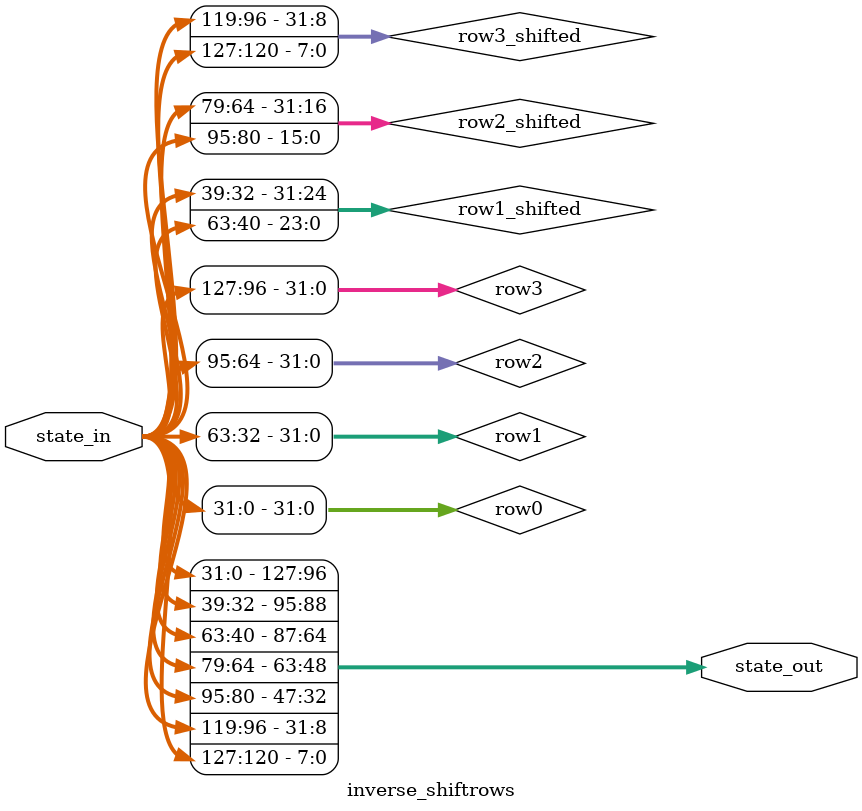
<source format=v>
module inverse_shiftrows (
    input wire [127:0] state_in,
    output reg [127:0] state_out
);
    reg [31:0] row0, row1, row2, row3;
    reg [31:0] row1_shifted, row2_shifted, row3_shifted;

    always @(*) begin
        row0 = state_in[31:0];
        row1 = state_in[63:32];
        row2 = state_in[95:64];
        row3 = state_in[127:96];

        row1_shifted = {row1[7:0], row1[31:8]};  // Circular right shift by 1 byte
        row2_shifted = {row2[15:0], row2[31:16]};  // Circular right shift by 2 bytes
        row3_shifted = {row3[23:0], row3[31:24]};    // Circular right shift by 3 bytes

        state_out = {row0, row1_shifted, row2_shifted, row3_shifted};
    end
endmodule

</source>
